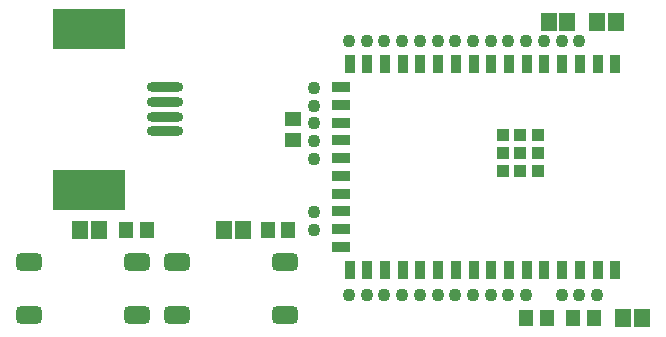
<source format=gts>
G04*
G04 #@! TF.GenerationSoftware,Altium Limited,Altium Designer,22.10.1 (41)*
G04*
G04 Layer_Color=8388736*
%FSLAX25Y25*%
%MOIN*%
G70*
G04*
G04 #@! TF.SameCoordinates,383651A2-C0D2-4D73-959B-37C4E0350145*
G04*
G04*
G04 #@! TF.FilePolarity,Negative*
G04*
G01*
G75*
%ADD13R,0.05512X0.05906*%
%ADD14R,0.24173X0.13780*%
%ADD15O,0.12205X0.03150*%
%ADD16R,0.04331X0.04331*%
%ADD17R,0.05906X0.03543*%
%ADD18R,0.03543X0.05906*%
%ADD19C,0.04331*%
%ADD20R,0.04921X0.05709*%
%ADD21R,0.05709X0.04921*%
G04:AMPARAMS|DCode=22|XSize=59.06mil|YSize=86.61mil|CornerRadius=15.75mil|HoleSize=0mil|Usage=FLASHONLY|Rotation=90.000|XOffset=0mil|YOffset=0mil|HoleType=Round|Shape=RoundedRectangle|*
%AMROUNDEDRECTD22*
21,1,0.05906,0.05512,0,0,90.0*
21,1,0.02756,0.08661,0,0,90.0*
1,1,0.03150,0.02756,0.01378*
1,1,0.03150,0.02756,-0.01378*
1,1,0.03150,-0.02756,-0.01378*
1,1,0.03150,-0.02756,0.01378*
%
%ADD22ROUNDEDRECTD22*%
%ADD23R,0.00394X0.00394*%
D13*
X175984Y147638D02*
D03*
X182283D02*
D03*
X224016D02*
D03*
X230315D02*
D03*
X357087Y118110D02*
D03*
X363386D02*
D03*
X348425Y217028D02*
D03*
X354724D02*
D03*
X338583D02*
D03*
X332283D02*
D03*
D14*
X179134Y161024D02*
D03*
Y214567D02*
D03*
D15*
X204409Y185335D02*
D03*
Y190256D02*
D03*
Y195177D02*
D03*
Y180413D02*
D03*
D16*
X316929Y167323D02*
D03*
Y173228D02*
D03*
Y179134D02*
D03*
X322835Y167323D02*
D03*
Y173228D02*
D03*
Y179134D02*
D03*
X328740Y167323D02*
D03*
Y173228D02*
D03*
Y179134D02*
D03*
D17*
X262992Y141969D02*
D03*
Y147874D02*
D03*
Y153779D02*
D03*
Y159685D02*
D03*
Y165591D02*
D03*
Y171496D02*
D03*
Y177402D02*
D03*
Y183307D02*
D03*
Y189213D02*
D03*
Y195118D02*
D03*
D18*
X354528Y134095D02*
D03*
X348622D02*
D03*
X342717D02*
D03*
X336811D02*
D03*
X330906D02*
D03*
X325000D02*
D03*
X319094D02*
D03*
X313189D02*
D03*
X307283D02*
D03*
X301378D02*
D03*
X295472D02*
D03*
X289567D02*
D03*
X283661D02*
D03*
X277756D02*
D03*
X271850D02*
D03*
X265945D02*
D03*
Y202992D02*
D03*
X271850D02*
D03*
X277756D02*
D03*
X283661D02*
D03*
X289567D02*
D03*
X295472D02*
D03*
X301378D02*
D03*
X307283D02*
D03*
X313189D02*
D03*
X319094D02*
D03*
X325000D02*
D03*
X330906D02*
D03*
X336811D02*
D03*
X342717D02*
D03*
X348622D02*
D03*
X354528D02*
D03*
D19*
X342520Y125984D02*
D03*
X336614D02*
D03*
X318898D02*
D03*
X312992D02*
D03*
X307087D02*
D03*
X301181D02*
D03*
X295276D02*
D03*
X289370D02*
D03*
X283465D02*
D03*
X277559D02*
D03*
X271654D02*
D03*
X265748D02*
D03*
X348425D02*
D03*
X342520Y210630D02*
D03*
X336614D02*
D03*
X324803Y125984D02*
D03*
X330709Y210630D02*
D03*
X324803D02*
D03*
X318898D02*
D03*
X312992D02*
D03*
X307087D02*
D03*
X301181D02*
D03*
X295276D02*
D03*
X289370D02*
D03*
X283465D02*
D03*
X277559D02*
D03*
X271654D02*
D03*
X265748D02*
D03*
X253937Y194882D02*
D03*
Y188976D02*
D03*
Y183071D02*
D03*
Y177165D02*
D03*
Y171260D02*
D03*
Y153543D02*
D03*
Y147638D02*
D03*
D20*
X347441Y118110D02*
D03*
X340551D02*
D03*
X324803D02*
D03*
X331693D02*
D03*
X245571Y147638D02*
D03*
X238681D02*
D03*
X198327D02*
D03*
X191437D02*
D03*
D21*
X247244Y184547D02*
D03*
Y177657D02*
D03*
D22*
X208465Y136811D02*
D03*
Y119095D02*
D03*
X244291D02*
D03*
Y136811D02*
D03*
X159252D02*
D03*
Y119095D02*
D03*
X195079D02*
D03*
Y136811D02*
D03*
D23*
X176850Y198622D02*
D03*
Y176969D02*
D03*
M02*

</source>
